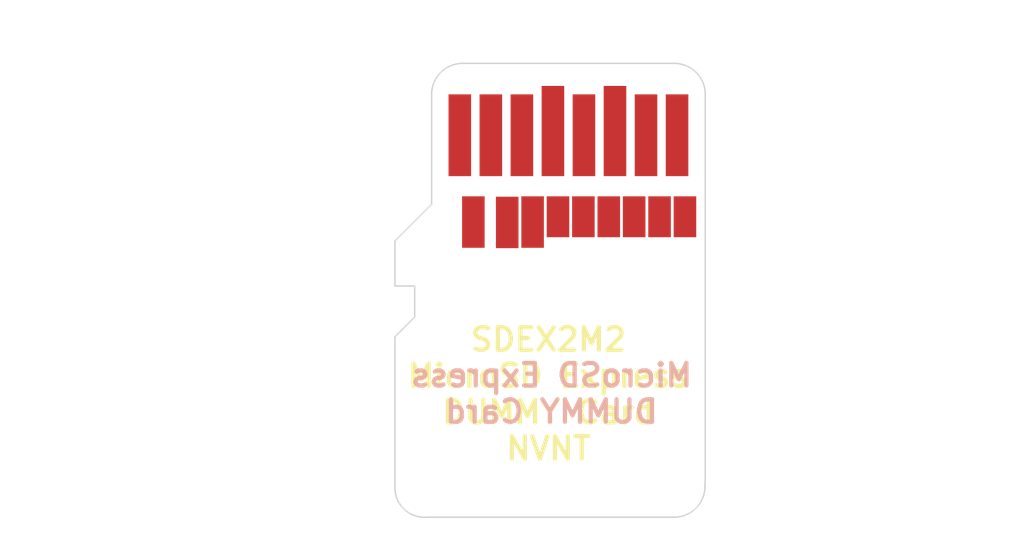
<source format=kicad_pcb>
(kicad_pcb (version 20241229) (generator "pcbnew") (generator_version "9.0")
  (layers (0 "F.Cu" signal) (2 "B.Cu" signal) (13 "F.Paste" user) (15 "B.Paste" user) (5 "F.SilkS" user "F.Silkscreen") (7 "B.SilkS" user "B.Silkscreen") (1 "F.Mask" user) (3 "B.Mask" user) (25 "Edge.Cuts" user))
  (net 0 "")
  (net 1 "Net-(J1-Pad8)")
  (net 2 "Net-(J1-Pad7)")
  (net 3 "Net-(J1-Pad6)")
  (net 4 "Net-(J1-Pad5)")
  (net 5 "Net-(J1-Pad4)")
  (net 6 "Net-(J1-Pad3)")
  (net 7 "Net-(J1-Pad2)")
  (net 8 "Net-(J1-Pad1)")
  (footprint "microSD:microSD" (layer "F.Cu") (at 133.15 88)
    (property "Reference" "J1" (hide yes))
    (property "Value" "Micro_SD_Express_Card_NVNT (NOT CONFIRMED)")
    (pad "1" smd rect (at -3.85 -1.55) (size 0.8 2.9) (layers "F.Cu" "F.Mask" "F.Paste") (net 8 "Net-(J1-Pad1)"))
    (pad "2" smd rect (at -2.75 -1.55) (size 0.8 2.9) (layers "F.Cu" "F.Mask" "F.Paste") (net 7 "Net-(J1-Pad2)"))
    (pad "3" smd rect (at -1.65 -1.55) (size 0.8 2.9) (layers "F.Cu" "F.Mask" "F.Paste") (net 6 "Net-(J1-Pad3)"))
    (pad "4" smd rect (at -0.55 -1.7) (size 0.8 3.2) (layers "F.Cu" "F.Mask" "F.Paste") (net 5 "Net-(J1-Pad4)"))
    (pad "5" smd rect (at 0.55 -1.55) (size 0.8 2.9) (layers "F.Cu" "F.Mask" "F.Paste") (net 4 "Net-(J1-Pad5)"))
    (pad "6" smd rect (at 1.65 -1.7) (size 0.8 3.2) (layers "F.Cu" "F.Mask" "F.Paste") (net 3 "Net-(J1-Pad6)"))
    (pad "7" smd rect (at 2.75 -1.55) (size 0.8 2.9) (layers "F.Cu" "F.Mask" "F.Paste") (net 2 "Net-(J1-Pad7)"))
    (pad "8" smd rect (at 3.85 -1.55) (size 0.8 2.9) (layers "F.Cu" "F.Mask" "F.Paste") (net 1 "Net-(J1-Pad8)"))
  )
  (footprint "" (layer "F.Cu") (at 132.78 89.3425)
    (property "Reference" "" (at 0 0 0) (layer "F.SilkS") (effects (font (size 1.27 1.27))))
    (property "Value" "")
    (pad "12" smd rect (at 0 0) (size 0.8 1.45) (layers "F.Cu" "F.Mask" "F.Paste"))
  )
  (footprint "" (layer "F.Cu") (at 130.98 89.5425)
    (property "Reference" "" (at 0 0 0) (layer "F.SilkS") (effects (font (size 1.27 1.27))))
    (property "Value" "")
    (pad "10" smd rect (at 0 0) (size 0.8 1.825) (layers "F.Cu" "F.Mask" "F.Paste"))
  )
  (footprint "" (layer "F.Cu") (at 135.48 89.3425)
    (property "Reference" "" (at 0 0 0) (layer "F.SilkS") (effects (font (size 1.27 1.27))))
    (property "Value" "")
    (pad "15" smd rect (at 0 0) (size 0.8 1.45) (layers "F.Cu" "F.Mask" "F.Paste"))
  )
  (footprint "" (layer "F.Cu") (at 136.38 89.3425)
    (property "Reference" "" (at 0 0 0) (layer "F.SilkS") (effects (font (size 1.27 1.27))))
    (property "Value" "")
    (pad "16" smd rect (at 0 0) (size 0.8 1.45) (layers "F.Cu" "F.Mask" "F.Paste"))
  )
  (footprint "" (layer "F.Cu") (at 134.58 89.3425)
    (property "Reference" "" (at 0 0 0) (layer "F.SilkS") (effects (font (size 1.27 1.27))))
    (property "Value" "")
    (pad "14" smd rect (at 0 0) (size 0.8 1.45) (layers "F.Cu" "F.Mask" "F.Paste"))
  )
  (footprint "" (layer "F.Cu") (at 129.78 89.53)
    (property "Reference" "" (at 0 0 0) (layer "F.SilkS") (effects (font (size 1.27 1.27))))
    (property "Value" "")
    (pad "9" smd rect (at 0 0) (size 0.8 1.825) (layers "F.Cu" "F.Mask" "F.Paste"))
  )
  (footprint "" (layer "F.Cu") (at 131.88 89.53)
    (property "Reference" "" (at 0 0 0) (layer "F.SilkS") (effects (font (size 1.27 1.27))))
    (property "Value" "")
    (pad "11" smd rect (at 0 0) (size 0.8 1.825) (layers "F.Cu" "F.Mask" "F.Paste"))
  )
  (footprint "" (layer "F.Cu") (at 137.28 89.3425)
    (property "Reference" "" (at 0 0 0) (layer "F.SilkS") (effects (font (size 1.27 1.27))))
    (property "Value" "")
    (pad "17" smd rect (at 0 0) (size 0.8 1.45) (layers "F.Cu" "F.Mask" "F.Paste"))
  )
  (footprint "" (layer "F.Cu") (at 133.68 89.3425)
    (property "Reference" "" (at 0 0 0) (layer "F.SilkS") (effects (font (size 1.27 1.27))))
    (property "Value" "")
    (pad "13" smd rect (at 0 0) (size 0.8 1.45) (layers "F.Cu" "F.Mask" "F.Paste"))
  )
  (gr_arc (start 128.3 85) (mid 128.622183 84.222183) (end 129.4 83.9) (stroke (width 0.05)) (layer "Edge.Cuts"))
  (gr_line (start 136.9 83.9) (end 129.4 83.9) (stroke (width 0.05)) (layer "Edge.Cuts"))
  (gr_line (start 137.989068 98.911185) (end 138 98.6) (stroke (width 0.05)) (layer "Edge.Cuts"))
  (gr_line (start 127.7 92.9) (end 127 93.6) (stroke (width 0.05)) (layer "Edge.Cuts"))
  (gr_line (start 127.7 91.8) (end 127.7 92.9) (stroke (width 0.05)) (layer "Edge.Cuts"))
  (gr_arc (start 128.147129 100) (mid 127.342939 99.732638) (end 127 98.957657) (stroke (width 0.05)) (layer "Edge.Cuts"))
  (gr_line (start 128.3 85) (end 128.3 88.9) (stroke (width 0.05)) (layer "Edge.Cuts"))
  (gr_line (start 127 93.6) (end 127 98.957657) (stroke (width 0.05)) (layer "Edge.Cuts"))
  (gr_line (start 127 90.2) (end 127 91.8) (stroke (width 0.05)) (layer "Edge.Cuts"))
  (gr_line (start 138 98.6) (end 138 85) (stroke (width 0.05)) (layer "Edge.Cuts"))
  (gr_arc (start 137.989068 98.911185) (mid 137.687616 99.663711) (end 136.95 100) (stroke (width 0.05)) (layer "Edge.Cuts"))
  (gr_line (start 128.3 88.9) (end 127 90.2) (stroke (width 0.05)) (layer "Edge.Cuts"))
  (gr_arc (start 136.9 83.9) (mid 137.677817 84.222183) (end 138 85) (stroke (width 0.05)) (layer "Edge.Cuts"))
  (gr_line (start 127 91.8) (end 127.7 91.8) (stroke (width 0.05)) (layer "Edge.Cuts"))
  (gr_line (start 128.147119 100) (end 136.95 100) (stroke (width 0.05)) (layer "Edge.Cuts"))
  (gr_text "SDEX2M2\nMicroSD Express\nDUMMY Card\nNVNT" (at 132.44 95.63 0) (layer "F.SilkS") (effects (font (size 0.8 0.8))))
  (gr_text "MicroSD Express\nDUMMY Card" (at 132.55 95.61 0) (layer "B.SilkS") (effects (font (size 0.8 0.8)) (justify mirror)))
  (segment (start 129.3 86.45) (end 129.309009 86.459009) (width 0.25) (layer "F.Cu") (net 8))
)
</source>
